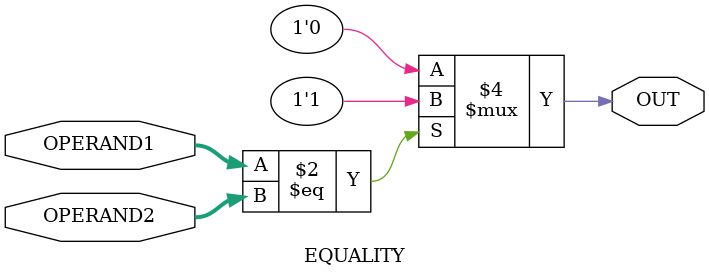
<source format=v>
module EQUALITY (OPERAND1 , OPERAND2 , OUT);
input [31:0] OPERAND1 , OPERAND2 ;
output reg OUT ;
always @ (*) begin
if (OPERAND1 == OPERAND2)
OUT <= 1'b1 ;
else 
OUT <= 1'b0 ;
end
endmodule 

</source>
